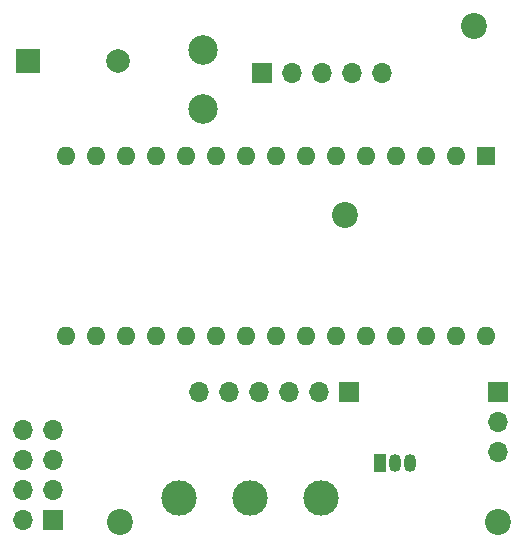
<source format=gbr>
%TF.GenerationSoftware,KiCad,Pcbnew,(6.0.6-0)*%
%TF.CreationDate,2022-07-04T00:10:09+08:00*%
%TF.ProjectId,test,74657374-2e6b-4696-9361-645f70636258,rev?*%
%TF.SameCoordinates,Original*%
%TF.FileFunction,Soldermask,Top*%
%TF.FilePolarity,Negative*%
%FSLAX46Y46*%
G04 Gerber Fmt 4.6, Leading zero omitted, Abs format (unit mm)*
G04 Created by KiCad (PCBNEW (6.0.6-0)) date 2022-07-04 00:10:09*
%MOMM*%
%LPD*%
G01*
G04 APERTURE LIST*
%ADD10C,2.500000*%
%ADD11C,2.200000*%
%ADD12R,1.050000X1.500000*%
%ADD13O,1.050000X1.500000*%
%ADD14R,1.700000X1.700000*%
%ADD15O,1.700000X1.700000*%
%ADD16R,1.600000X1.600000*%
%ADD17O,1.600000X1.600000*%
%ADD18R,2.000000X2.000000*%
%ADD19C,2.000000*%
%ADD20C,3.000000*%
G04 APERTURE END LIST*
D10*
%TO.C,H1_Vib+*%
X142000000Y-91000000D03*
%TD*%
D11*
%TO.C,M2*%
X165000000Y-84000000D03*
%TD*%
D12*
%TO.C,Q1*%
X157000000Y-121000000D03*
D13*
X158270000Y-121000000D03*
X159540000Y-121000000D03*
%TD*%
D14*
%TO.C,J1_PWR*%
X167000000Y-115000000D03*
D15*
X167000000Y-117540000D03*
X167000000Y-120080000D03*
%TD*%
D14*
%TO.C,J2_2.4G*%
X129275000Y-125800000D03*
D15*
X126735000Y-125800000D03*
X129275000Y-123260000D03*
X126735000Y-123260000D03*
X129275000Y-120720000D03*
X126735000Y-120720000D03*
X129275000Y-118180000D03*
X126735000Y-118180000D03*
%TD*%
D16*
%TO.C,Arduino1*%
X166000000Y-95000000D03*
D17*
X163460000Y-95000000D03*
X160920000Y-95000000D03*
X158380000Y-95000000D03*
X155840000Y-95000000D03*
X153300000Y-95000000D03*
X150760000Y-95000000D03*
X148220000Y-95000000D03*
X145680000Y-95000000D03*
X143140000Y-95000000D03*
X140600000Y-95000000D03*
X138060000Y-95000000D03*
X135520000Y-95000000D03*
X132980000Y-95000000D03*
X130440000Y-95000000D03*
X130440000Y-110240000D03*
X132980000Y-110240000D03*
X135520000Y-110240000D03*
X138060000Y-110240000D03*
X140600000Y-110240000D03*
X143140000Y-110240000D03*
X145680000Y-110240000D03*
X148220000Y-110240000D03*
X150760000Y-110240000D03*
X153300000Y-110240000D03*
X155840000Y-110240000D03*
X158380000Y-110240000D03*
X160920000Y-110240000D03*
X163460000Y-110240000D03*
X166000000Y-110240000D03*
%TD*%
D18*
%TO.C,BZ1*%
X127200000Y-87000000D03*
D19*
X134800000Y-87000000D03*
%TD*%
D11*
%TO.C,M2*%
X167000000Y-126000000D03*
%TD*%
D20*
%TO.C,H4_SIG*%
X146000000Y-124000000D03*
%TD*%
D14*
%TO.C,J3_LED*%
X154350000Y-115000000D03*
D15*
X151810000Y-115000000D03*
X149270000Y-115000000D03*
X146730000Y-115000000D03*
X144190000Y-115000000D03*
X141650000Y-115000000D03*
%TD*%
D20*
%TO.C,H3_BAT*%
X152000000Y-124000000D03*
%TD*%
D11*
%TO.C,M2*%
X135000000Y-126000000D03*
%TD*%
D10*
%TO.C,H2_Vib-*%
X142000000Y-86000000D03*
%TD*%
D14*
%TO.C,J5_BUTTON*%
X147000000Y-88000000D03*
D15*
X149540000Y-88000000D03*
X152080000Y-88000000D03*
X154620000Y-88000000D03*
X157160000Y-88000000D03*
%TD*%
D20*
%TO.C,H5_GND*%
X140000000Y-124000000D03*
%TD*%
D11*
%TO.C,M2*%
X154000000Y-100000000D03*
%TD*%
M02*

</source>
